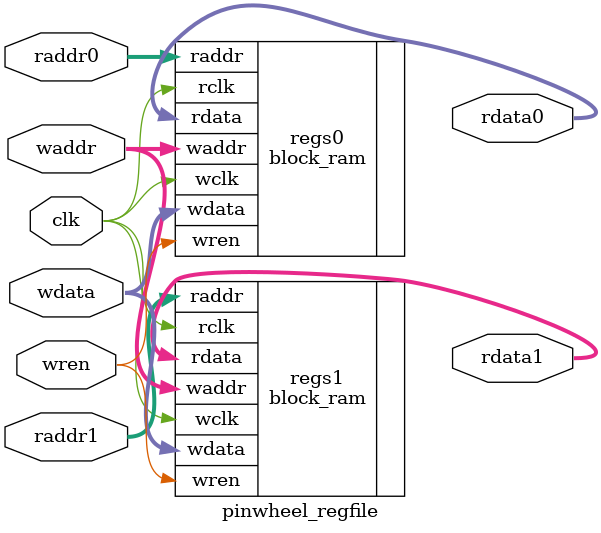
<source format=sv>
`ifndef PINWHEEL_REGFILE_SV
`define PINWHEEL_REGFILE_SV
`include "block_ram.sv"

module pinwheel_regfile
#(
  parameter reg_count = 32,
  parameter reg_width = 32,
  parameter thread_count = 4,
)
(
  input  logic clk,
  input  logic[addr_bits-1:0] raddr0,
  output logic[word_bits-1:0] rdata0,
  input  logic[addr_bits-1:0] raddr1,
  output logic[word_bits-1:0] rdata1,
  input  logic[addr_bits-1:0] waddr,
  input  logic[word_bits-1:0] wdata,
  input  logic wren,
);

  localparam reg_total = reg_count * thread_count;
  localparam addr_bits = $clog2(reg_count * thread_count);
  localparam word_bits = 32;

  block_ram #(.width(word_bits), .depth(reg_total)) regs0(
    .rclk(clk), .raddr(raddr0), .rdata(rdata0),
    .wclk(clk), .waddr(waddr),  .wdata(wdata ), .wren(wren),
  );

  block_ram #(.width(word_bits), .depth(reg_total)) regs1(
    .rclk(clk), .raddr(raddr1), .rdata(rdata1),
    .wclk(clk), .waddr(waddr),  .wdata(wdata ), .wren(wren),
  );

endmodule

`endif // PINWHEEL_REGFILE_SV

</source>
